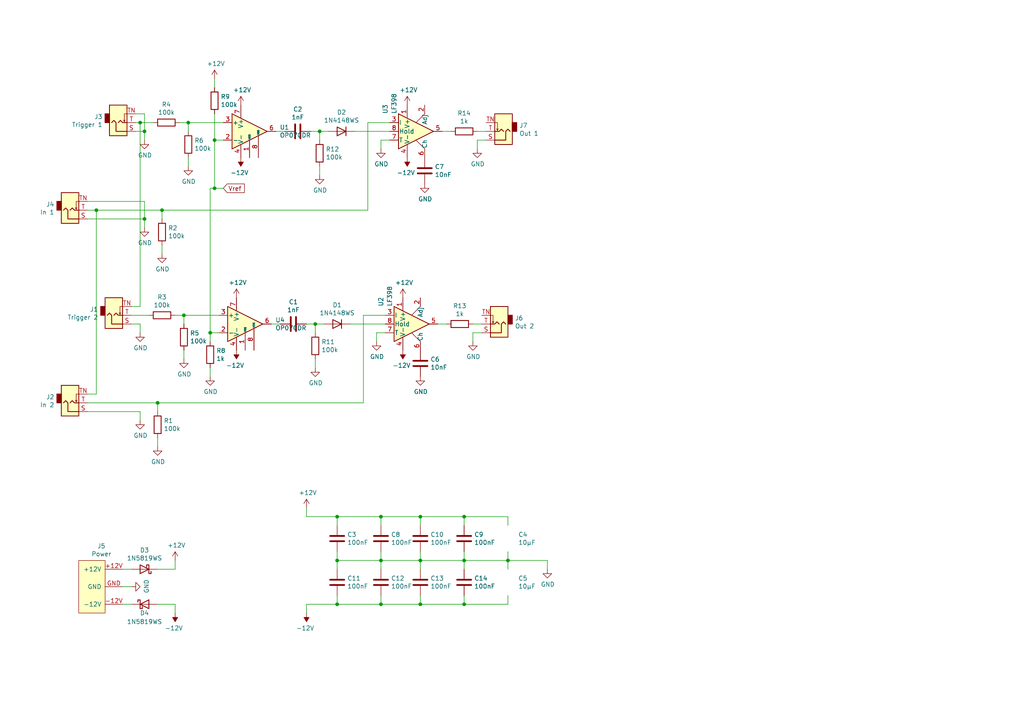
<source format=kicad_sch>
(kicad_sch (version 20211123) (generator eeschema)
  (paper "A4")
  (lib_symbols
    (symbol "Amplifier_Operational:OP07" (pin_names (offset 0.127))
      (property "Reference" "U" (at 1.27 6.35 0))
      (property "Value" "OP07" (at 1.27 3.81 0))
      (symbol "OP07_0_1"
        (polyline (pts (xy -5.08 5.08) (xy 5.08 0) (xy -5.08 -5.08) (xy -5.08 5.08)) (stroke (width 0.254)) (fill (type background)))
      )
      (symbol "OP07_1_1"
        (pin input line (at 0 -7.62 90) (length 5.08) (name "VOS") (number "1"))
        (pin input line (at -7.62 -2.54 0) (length 2.54) (name "-") (number "2"))
        (pin input line (at -7.62 2.54 0) (length 2.54) (name "+") (number "3"))
        (pin power_in line (at -2.54 -7.62 90) (length 3.81) (name "V-") (number "4"))
        (pin no_connect line (at 0 2.54 270) (length 2.54) hide (name "NC") (number "5"))
        (pin output line (at 7.62 0 180) (length 2.54) (name "~") (number "6"))
        (pin power_in line (at -2.54 7.62 270) (length 3.81) (name "V+") (number "7"))
        (pin input line (at 2.54 -7.62 90) (length 6.35) (name "VOS") (number "8"))
      )
    )
    (symbol "Analog:LF398_DIP8" (pin_names (offset 0.127))
      (property "Reference" "U" (at 5.08 3.81 0))
      (property "Value" "LF398_DIP8" (at 5.08 -2.54 0))
      (symbol "LF398_DIP8_0_1"
        (polyline (pts (xy 0 -2.54) (xy 2.54 -5.08)))
        (polyline (pts (xy 2.54 5.08) (xy 0 2.54)))
        (polyline (pts (xy -5.08 5.08) (xy 5.08 0) (xy -5.08 -5.08) (xy -5.08 5.08)) (stroke (width 0.254)) (fill (type background)))
      )
      (symbol "LF398_DIP8_1_1"
        (pin passive line (at -2.54 7.62 270) (length 3.81) (name "V+") (number "1"))
        (pin passive line (at 2.54 7.62 270) (length 2.54) (name "Adj") (number "2"))
        (pin input line (at -7.62 2.54 0) (length 2.54) (name "I") (number "3"))
        (pin passive line (at -2.54 -7.62 90) (length 3.81) (name "V-") (number "4"))
        (pin output line (at 7.62 0 180) (length 2.54) (name "~") (number "5"))
        (pin passive line (at 2.54 -7.62 90) (length 2.54) (name "Ch") (number "6"))
        (pin passive line (at -7.62 -2.54 0) (length 2.54) (name "T") (number "7"))
        (pin input line (at -7.62 0 0) (length 2.54) (name "Hold") (number "8"))
      )
    )
    (symbol "Connector:AudioJack2_SwitchT"
      (property "Reference" "J" (at 0 8.89 0))
      (property "Value" "AudioJack2_SwitchT" (at 0 6.35 0))
      (symbol "AudioJack2_SwitchT_0_1"
        (rectangle (start -2.54 0) (end -3.81 -2.54) (stroke (width 0.254)) (fill (type outline)))
        (polyline (pts (xy 1.778 -0.254) (xy 2.032 -0.762)))
        (polyline (pts (xy 0 0) (xy 0.635 -0.635) (xy 1.27 0) (xy 2.54 0)) (stroke (width 0.254)))
        (polyline (pts (xy 2.54 -2.54) (xy 1.778 -2.54) (xy 1.778 -0.254) (xy 1.524 -0.762)))
        (polyline (pts (xy 2.54 2.54) (xy -0.635 2.54) (xy -0.635 0) (xy -1.27 -0.635) (xy -1.905 0)) (stroke (width 0.254)))
        (rectangle (start 2.54 3.81) (end -2.54 -5.08) (stroke (width 0.254)) (fill (type background)))
      )
      (symbol "AudioJack2_SwitchT_1_1"
        (pin passive line (at 5.08 2.54 180) (length 2.54) (name "~") (number "S"))
        (pin passive line (at 5.08 0 180) (length 2.54) (name "~") (number "T"))
        (pin passive line (at 5.08 -2.54 180) (length 2.54) (name "~") (number "TN"))
      )
    )
    (symbol "Device:C" (pin_numbers hide) (pin_names (offset 0.254))
      (property "Reference" "C" (at 0.635 2.54 0))
      (property "Value" "C" (at 0.635 -2.54 0))
      (symbol "C_0_1"
        (polyline (pts (xy -2.032 -0.762) (xy 2.032 -0.762)) (stroke (width 0.508)))
        (polyline (pts (xy -2.032 0.762) (xy 2.032 0.762)) (stroke (width 0.508)))
      )
      (symbol "C_1_1"
        (pin passive line (at 0 3.81 270) (length 2.794) (name "~") (number "1"))
        (pin passive line (at 0 -3.81 90) (length 2.794) (name "~") (number "2"))
      )
    )
    (symbol "Device:R" (pin_numbers hide) (pin_names (offset 0))
      (property "Reference" "R" (at 2.032 0 90))
      (property "Value" "R" (at 0 0 90))
      (symbol "R_0_1"
        (rectangle (start -1.016 -2.54) (end 1.016 2.54) (stroke (width 0.254)))
      )
      (symbol "R_1_1"
        (pin passive line (at 0 3.81 270) (length 1.27) (name "~") (number "1"))
        (pin passive line (at 0 -3.81 90) (length 1.27) (name "~") (number "2"))
      )
    )
    (symbol "Diode:1N4148" (pin_numbers hide) (pin_names (offset 1.016) hide)
      (property "Reference" "D" (at 0 2.54 0))
      (property "Value" "1N4148" (at 0 -2.54 0))
      (symbol "1N4148_0_1"
        (polyline (pts (xy -1.27 1.27) (xy -1.27 -1.27)) (stroke (width 0.254)))
        (polyline (pts (xy 1.27 0) (xy -1.27 0)))
        (polyline (pts (xy 1.27 1.27) (xy 1.27 -1.27) (xy -1.27 0) (xy 1.27 1.27)) (stroke (width 0.254)))
      )
      (symbol "1N4148_1_1"
        (pin passive line (at -3.81 0 0) (length 2.54) (name "K") (number "1"))
        (pin passive line (at 3.81 0 180) (length 2.54) (name "A") (number "2"))
      )
    )
    (symbol "Diode:1N5817" (pin_numbers hide) (pin_names (offset 1.016) hide)
      (property "Reference" "D" (at 0 2.54 0))
      (property "Value" "1N5817" (at 0 -2.54 0))
      (symbol "1N5817_0_1"
        (polyline (pts (xy 1.27 0) (xy -1.27 0)))
        (polyline (pts (xy 1.27 1.27) (xy 1.27 -1.27) (xy -1.27 0) (xy 1.27 1.27)) (stroke (width 0.254)))
        (polyline (pts (xy -1.905 0.635) (xy -1.905 1.27) (xy -1.27 1.27) (xy -1.27 -1.27) (xy -0.635 -1.27) (xy -0.635 -0.635)) (stroke (width 0.254)))
      )
      (symbol "1N5817_1_1"
        (pin passive line (at -3.81 0 0) (length 2.54) (name "K") (number "1"))
        (pin passive line (at 3.81 0 180) (length 2.54) (name "A") (number "2"))
      )
    )
    (symbol "Eurorack_Synth:Power_2x5" (pin_names (offset 1.016))
      (property "Reference" "J" (at 0 10.16 0))
      (property "Value" "Power_2x5" (at 0 8.89 0))
      (symbol "Power_2x5_0_1"
        (rectangle (start 3.81 7.62) (end -3.81 -7.62) (fill (type background)))
      )
      (symbol "Power_2x5_1_1"
        (pin power_out line (at 8.89 5.08 180) (length 5.08) (name "+12V") (number "+12V"))
        (pin power_out line (at 8.89 -5.08 180) (length 5.08) (name "-12V") (number "-12V"))
        (pin power_out line (at 8.89 0 180) (length 5.08) (name "GND") (number "GND"))
      )
    )
    (symbol "power:+12V" (power) (pin_names (offset 0))
      (property "Value" "+12V" (at 0 3.556 0))
      (symbol "+12V_0_1"
        (polyline (pts (xy -0.762 1.27) (xy 0 2.54)))
        (polyline (pts (xy 0 0) (xy 0 2.54)))
        (polyline (pts (xy 0 2.54) (xy 0.762 1.27)))
      )
      (symbol "+12V_1_1"
        (pin power_in line (at 0 0 90) (length 0) hide (name "+12V") (number "1"))
      )
    )
    (symbol "power:-12V" (power) (pin_names (offset 0))
      (property "Value" "-12V" (at 0 3.81 0))
      (symbol "-12V_0_0"
        (pin power_in line (at 0 0 90) (length 0) hide (name "-12V") (number "1"))
      )
      (symbol "-12V_0_1"
        (polyline (pts (xy 0 0) (xy 0 1.27) (xy 0.762 1.27) (xy 0 2.54) (xy -0.762 1.27) (xy 0 1.27)) (fill (type outline)))
      )
    )
    (symbol "power:GND" (power) (pin_names (offset 0))
      (property "Value" "GND" (at 0 -3.81 0))
      (symbol "GND_0_1"
        (polyline (pts (xy 0 0) (xy 0 -1.27) (xy 1.27 -1.27) (xy 0 -2.54) (xy -1.27 -1.27) (xy 0 -1.27)))
      )
      (symbol "GND_1_1"
        (pin power_in line (at 0 0 270) (length 0) hide (name "GND") (number "1"))
      )
    )
  )
  (junction (at 97.79 162.56))
  (junction (at 92.71 38.1))
  (junction (at 27.94 60.96))
  (junction (at 40.64 35.56))
  (junction (at 121.92 149.86))
  (junction (at 91.44 93.98))
  (junction (at 41.91 38.1))
  (junction (at 46.99 60.96))
  (junction (at 121.92 175.26))
  (junction (at 121.92 162.56))
  (junction (at 134.62 149.86))
  (junction (at 110.49 149.86))
  (junction (at 134.62 162.56))
  (junction (at 54.61 35.56))
  (junction (at 62.23 54.61))
  (junction (at 97.79 175.26))
  (junction (at 97.79 149.86))
  (junction (at 134.62 175.26))
  (junction (at 41.91 63.5))
  (junction (at 147.32 162.56))
  (junction (at 53.34 91.44))
  (junction (at 45.72 116.84))
  (junction (at 60.96 96.52))
  (junction (at 110.49 175.26))
  (junction (at 62.23 40.64))
  (junction (at 110.49 162.56))
  (wire (pts (xy 90.17 38.1) (xy 92.71 38.1)))
  (wire (pts (xy 50.8 175.26) (xy 50.8 177.8)))
  (wire (pts (xy 110.49 165.1) (xy 110.49 162.56)))
  (wire (pts (xy 97.79 149.86) (xy 110.49 149.86)))
  (wire (pts (xy 139.7 96.52) (xy 137.16 96.52)))
  (wire (pts (xy 134.62 172.72) (xy 134.62 175.26)))
  (wire (pts (xy 102.87 38.1) (xy 113.03 38.1)))
  (wire (pts (xy 127 93.98) (xy 129.54 93.98)))
  (wire (pts (xy 92.71 38.1) (xy 92.71 40.64)))
  (wire (pts (xy 39.37 33.02) (xy 41.91 33.02)))
  (wire (pts (xy 88.9 149.86) (xy 88.9 147.32)))
  (wire (pts (xy 38.1 165.1) (xy 35.56 165.1)))
  (wire (pts (xy 139.7 93.98) (xy 137.16 93.98)))
  (wire (pts (xy 121.92 175.26) (xy 134.62 175.26)))
  (wire (pts (xy 97.79 152.4) (xy 97.79 149.86)))
  (wire (pts (xy 45.72 116.84) (xy 45.72 119.38)))
  (wire (pts (xy 88.9 93.98) (xy 91.44 93.98)))
  (wire (pts (xy 110.49 149.86) (xy 121.92 149.86)))
  (wire (pts (xy 97.79 149.86) (xy 88.9 149.86)))
  (wire (pts (xy 52.07 35.56) (xy 54.61 35.56)))
  (wire (pts (xy 88.9 175.26) (xy 97.79 175.26)))
  (wire (pts (xy 134.62 162.56) (xy 147.32 162.56)))
  (wire (pts (xy 147.32 162.56) (xy 158.75 162.56)))
  (wire (pts (xy 25.4 119.38) (xy 40.64 119.38)))
  (wire (pts (xy 110.49 160.02) (xy 110.49 162.56)))
  (wire (pts (xy 50.8 165.1) (xy 45.72 165.1)))
  (wire (pts (xy 138.43 40.64) (xy 138.43 43.18)))
  (wire (pts (xy 64.77 54.61) (xy 62.23 54.61)))
  (wire (pts (xy 25.4 60.96) (xy 27.94 60.96)))
  (wire (pts (xy 147.32 172.72) (xy 147.32 175.26)))
  (wire (pts (xy 97.79 160.02) (xy 97.79 162.56)))
  (wire (pts (xy 38.1 170.18) (xy 35.56 170.18)))
  (wire (pts (xy 140.97 40.64) (xy 138.43 40.64)))
  (wire (pts (xy 46.99 60.96) (xy 106.68 60.96)))
  (wire (pts (xy 60.96 54.61) (xy 60.96 96.52)))
  (wire (pts (xy 121.92 152.4) (xy 121.92 149.86)))
  (wire (pts (xy 35.56 175.26) (xy 38.1 175.26)))
  (wire (pts (xy 63.5 96.52) (xy 60.96 96.52)))
  (wire (pts (xy 46.99 71.12) (xy 46.99 73.66)))
  (wire (pts (xy 45.72 116.84) (xy 105.41 116.84)))
  (wire (pts (xy 105.41 91.44) (xy 105.41 116.84)))
  (wire (pts (xy 147.32 160.02) (xy 147.32 162.56)))
  (wire (pts (xy 54.61 45.72) (xy 54.61 48.26)))
  (wire (pts (xy 91.44 104.14) (xy 91.44 106.68)))
  (wire (pts (xy 106.68 35.56) (xy 106.68 60.96)))
  (wire (pts (xy 93.98 93.98) (xy 91.44 93.98)))
  (wire (pts (xy 95.25 38.1) (xy 92.71 38.1)))
  (wire (pts (xy 110.49 149.86) (xy 110.49 152.4)))
  (wire (pts (xy 53.34 93.98) (xy 53.34 91.44)))
  (wire (pts (xy 25.4 114.3) (xy 27.94 114.3)))
  (wire (pts (xy 158.75 162.56) (xy 158.75 165.1)))
  (wire (pts (xy 110.49 172.72) (xy 110.49 175.26)))
  (wire (pts (xy 110.49 162.56) (xy 121.92 162.56)))
  (wire (pts (xy 53.34 101.6) (xy 53.34 104.14)))
  (wire (pts (xy 54.61 38.1) (xy 54.61 35.56)))
  (wire (pts (xy 27.94 60.96) (xy 27.94 114.3)))
  (wire (pts (xy 121.92 160.02) (xy 121.92 162.56)))
  (wire (pts (xy 101.6 93.98) (xy 111.76 93.98)))
  (wire (pts (xy 62.23 54.61) (xy 62.23 40.64)))
  (wire (pts (xy 60.96 106.68) (xy 60.96 109.22)))
  (wire (pts (xy 27.94 60.96) (xy 46.99 60.96)))
  (wire (pts (xy 128.27 38.1) (xy 130.81 38.1)))
  (wire (pts (xy 45.72 127) (xy 45.72 129.54)))
  (wire (pts (xy 40.64 93.98) (xy 40.64 96.52)))
  (wire (pts (xy 50.8 162.56) (xy 50.8 165.1)))
  (wire (pts (xy 40.64 35.56) (xy 44.45 35.56)))
  (wire (pts (xy 40.64 88.9) (xy 38.1 88.9)))
  (wire (pts (xy 97.79 162.56) (xy 110.49 162.56)))
  (wire (pts (xy 39.37 35.56) (xy 40.64 35.56)))
  (wire (pts (xy 106.68 35.56) (xy 113.03 35.56)))
  (wire (pts (xy 54.61 35.56) (xy 64.77 35.56)))
  (wire (pts (xy 62.23 22.86) (xy 62.23 25.4)))
  (wire (pts (xy 41.91 38.1) (xy 41.91 40.64)))
  (wire (pts (xy 53.34 91.44) (xy 63.5 91.44)))
  (wire (pts (xy 80.01 38.1) (xy 82.55 38.1)))
  (wire (pts (xy 25.4 63.5) (xy 41.91 63.5)))
  (wire (pts (xy 134.62 165.1) (xy 134.62 162.56)))
  (wire (pts (xy 134.62 149.86) (xy 134.62 152.4)))
  (wire (pts (xy 140.97 38.1) (xy 138.43 38.1)))
  (wire (pts (xy 121.92 172.72) (xy 121.92 175.26)))
  (wire (pts (xy 111.76 96.52) (xy 109.22 96.52)))
  (wire (pts (xy 41.91 58.42) (xy 41.91 63.5)))
  (wire (pts (xy 121.92 165.1) (xy 121.92 162.56)))
  (wire (pts (xy 41.91 33.02) (xy 41.91 38.1)))
  (wire (pts (xy 39.37 38.1) (xy 41.91 38.1)))
  (wire (pts (xy 88.9 175.26) (xy 88.9 177.8)))
  (wire (pts (xy 110.49 40.64) (xy 110.49 43.18)))
  (wire (pts (xy 97.79 175.26) (xy 110.49 175.26)))
  (wire (pts (xy 134.62 160.02) (xy 134.62 162.56)))
  (wire (pts (xy 91.44 93.98) (xy 91.44 96.52)))
  (wire (pts (xy 113.03 40.64) (xy 110.49 40.64)))
  (wire (pts (xy 60.96 96.52) (xy 60.96 99.06)))
  (wire (pts (xy 25.4 116.84) (xy 45.72 116.84)))
  (wire (pts (xy 109.22 96.52) (xy 109.22 99.06)))
  (wire (pts (xy 50.8 91.44) (xy 53.34 91.44)))
  (wire (pts (xy 92.71 48.26) (xy 92.71 50.8)))
  (wire (pts (xy 134.62 149.86) (xy 147.32 149.86)))
  (wire (pts (xy 45.72 175.26) (xy 50.8 175.26)))
  (wire (pts (xy 64.77 40.64) (xy 62.23 40.64)))
  (wire (pts (xy 97.79 162.56) (xy 97.79 165.1)))
  (wire (pts (xy 147.32 162.56) (xy 147.32 165.1)))
  (wire (pts (xy 105.41 91.44) (xy 111.76 91.44)))
  (wire (pts (xy 40.64 35.56) (xy 40.64 88.9)))
  (wire (pts (xy 25.4 58.42) (xy 41.91 58.42)))
  (wire (pts (xy 97.79 172.72) (xy 97.79 175.26)))
  (wire (pts (xy 38.1 91.44) (xy 43.18 91.44)))
  (wire (pts (xy 147.32 152.4) (xy 147.32 149.86)))
  (wire (pts (xy 134.62 175.26) (xy 147.32 175.26)))
  (wire (pts (xy 60.96 54.61) (xy 62.23 54.61)))
  (wire (pts (xy 121.92 162.56) (xy 134.62 162.56)))
  (wire (pts (xy 40.64 119.38) (xy 40.64 121.92)))
  (wire (pts (xy 62.23 33.02) (xy 62.23 40.64)))
  (wire (pts (xy 78.74 93.98) (xy 81.28 93.98)))
  (wire (pts (xy 41.91 63.5) (xy 41.91 66.04)))
  (wire (pts (xy 46.99 60.96) (xy 46.99 63.5)))
  (wire (pts (xy 121.92 149.86) (xy 134.62 149.86)))
  (wire (pts (xy 110.49 175.26) (xy 121.92 175.26)))
  (wire (pts (xy 137.16 96.52) (xy 137.16 99.06)))
  (wire (pts (xy 38.1 93.98) (xy 40.64 93.98)))
  (global_label "Vref" (shape input) (at 64.77 54.61 0) (property "Intersheet References" "${INTERSHEET_REFS}" (effects hide)))
  (symbol (lib_id "Analog:LF398_DIP8") (at 120.65 38.1 0) (unit 1)
    (property "Reference" "U3" (at 111.76 33.02 90) (effects (justify left)))
    (property "Value" "LF398" (at 114.3 33.02 90) (effects (justify left)))
    (property "Footprint" "Package_DIP:DIP-8_W7.62mm_LongPads" (effects hide))
    (property "Datasheet" "http://www.ti.com/lit/ds/symlink/tl071.pdf" (effects hide))
  )
  (symbol (lib_id "power:+12V") (at 118.11 30.48 0) (unit 1)
    (property "Reference" "#PWR0101" (effects hide))
    (property "Value" "+12V" (at 118.491 26.0858 0))
  )
  (symbol (lib_id "power:-12V") (at 118.11 45.72 180) (unit 1)
    (property "Reference" "#PWR0102" (effects hide))
    (property "Value" "-12V" (at 117.729 50.1142 0))
  )
  (symbol (lib_id "Device:C") (at 123.19 49.53 0) (unit 1)
    (property "Reference" "C7" (at 126.111 48.3616 0) (effects (justify left)))
    (property "Value" "10nF" (at 126.111 50.673 0) (effects (justify left)))
    (property "Footprint" "Capacitor_SMD:C_0402_1005Metric" (effects hide))
    (property "LCSC" "C15195" (effects hide))
  )
  (symbol (lib_id "power:GND") (at 123.19 53.34 0) (unit 1)
    (property "Reference" "#PWR0103" (effects hide))
    (property "Value" "GND" (at 123.317 57.7342 0))
  )
  (symbol (lib_id "power:GND") (at 110.49 43.18 0) (unit 1)
    (property "Reference" "#PWR0104" (effects hide))
    (property "Value" "GND" (at 110.617 47.5742 0))
  )
  (symbol (lib_id "Device:R") (at 134.62 38.1 270) (unit 1)
    (property "Reference" "R14" (at 134.62 32.8422 90))
    (property "Value" "1k" (at 134.62 35.1536 90))
    (property "Footprint" "Resistor_SMD:R_1206_3216Metric" (effects hide))
    (property "LCSC" "C4410" (effects hide))
  )
  (symbol (lib_id "Connector:AudioJack2_SwitchT") (at 146.05 38.1 180) (unit 1)
    (property "Reference" "J7" (at 150.622 36.3982 0) (effects (justify right)))
    (property "Value" "Out 1" (at 150.622 38.7096 0) (effects (justify right)))
    (property "Footprint" "Connector_Audio_PJSeries:PJ-324M-3" (effects hide))
  )
  (symbol (lib_id "power:GND") (at 138.43 43.18 0) (unit 1)
    (property "Reference" "#PWR0105" (effects hide))
    (property "Value" "GND" (at 138.557 47.5742 0))
  )
  (symbol (lib_id "Connector:AudioJack2_SwitchT") (at 20.32 60.96 0) (mirror x) (unit 1)
    (property "Reference" "J4" (at 15.7734 59.2582 0) (effects (justify right)))
    (property "Value" "In 1" (at 15.7734 61.5696 0) (effects (justify right)))
    (property "Footprint" "Connector_Audio_PJSeries:PJ-324M-3" (effects hide))
  )
  (symbol (lib_id "power:GND") (at 41.91 66.04 0) (unit 1)
    (property "Reference" "#PWR0106" (effects hide))
    (property "Value" "GND" (at 42.037 70.4342 0))
  )
  (symbol (lib_id "Device:R") (at 46.99 67.31 180) (unit 1)
    (property "Reference" "R2" (at 48.768 66.1416 0) (effects (justify right)))
    (property "Value" "100k" (at 48.768 68.453 0) (effects (justify right)))
    (property "Footprint" "Resistor_SMD:R_0402_1005Metric" (effects hide))
    (property "LCSC" "C25741" (effects hide))
  )
  (symbol (lib_id "power:GND") (at 46.99 73.66 0) (unit 1)
    (property "Reference" "#PWR0107" (effects hide))
    (property "Value" "GND" (at 47.117 78.0542 0))
  )
  (symbol (lib_id "Diode:1N4148") (at 99.06 38.1 180) (unit 1)
    (property "Reference" "D2" (at 99.06 32.5882 0))
    (property "Value" "1N4148WS" (at 99.06 34.8996 0))
    (property "Footprint" "Diode_SMD:D_SOD-323" (effects hide))
    (property "Datasheet" "https://assets.nexperia.com/documents/data-sheet/1N4148_1N4448.pdf" (effects hide))
    (property "LCSC" "C2128" (effects hide))
  )
  (symbol (lib_id "Device:R") (at 92.71 44.45 180) (unit 1)
    (property "Reference" "R12" (at 94.488 43.2816 0) (effects (justify right)))
    (property "Value" "100k" (at 94.488 45.593 0) (effects (justify right)))
    (property "Footprint" "Resistor_SMD:R_0402_1005Metric" (effects hide))
    (property "LCSC" "C25741" (effects hide))
  )
  (symbol (lib_id "power:GND") (at 92.71 50.8 0) (unit 1)
    (property "Reference" "#PWR0108" (effects hide))
    (property "Value" "GND" (at 92.837 55.1942 0))
  )
  (symbol (lib_id "Device:C") (at 86.36 38.1 270) (unit 1)
    (property "Reference" "C2" (at 86.36 31.6992 90))
    (property "Value" "1nF" (at 86.36 34.0106 90))
    (property "Footprint" "Capacitor_SMD:C_0402_1005Metric" (effects hide))
    (property "LCSC" "C1523" (effects hide))
  )
  (symbol (lib_id "Device:R") (at 62.23 29.21 0) (unit 1)
    (property "Reference" "R9" (at 64.008 28.0416 0) (effects (justify left)))
    (property "Value" "100k" (at 64.008 30.353 0) (effects (justify left)))
    (property "Footprint" "Resistor_SMD:R_0402_1005Metric" (effects hide))
    (property "LCSC" "C25741" (effects hide))
  )
  (symbol (lib_id "power:+12V") (at 62.23 22.86 0) (unit 1)
    (property "Reference" "#PWR0110" (effects hide))
    (property "Value" "+12V" (at 62.611 18.4658 0))
  )
  (symbol (lib_id "Device:R") (at 54.61 41.91 180) (unit 1)
    (property "Reference" "R6" (at 56.388 40.7416 0) (effects (justify right)))
    (property "Value" "100k" (at 56.388 43.053 0) (effects (justify right)))
    (property "Footprint" "Resistor_SMD:R_0402_1005Metric" (effects hide))
    (property "LCSC" "C25741" (effects hide))
  )
  (symbol (lib_id "Device:R") (at 48.26 35.56 90) (unit 1)
    (property "Reference" "R4" (at 48.26 30.3022 90))
    (property "Value" "100k" (at 48.26 32.6136 90))
    (property "Footprint" "Resistor_SMD:R_0402_1005Metric" (effects hide))
    (property "LCSC" "C25741" (effects hide))
  )
  (symbol (lib_id "Connector:AudioJack2_SwitchT") (at 34.29 35.56 0) (mirror x) (unit 1)
    (property "Reference" "J3" (at 29.7434 33.8582 0) (effects (justify right)))
    (property "Value" "Trigger 1" (at 29.7434 36.1696 0) (effects (justify right)))
    (property "Footprint" "Connector_Audio_PJSeries:PJ-324M-3" (effects hide))
  )
  (symbol (lib_id "power:GND") (at 41.91 40.64 0) (unit 1)
    (property "Reference" "#PWR0111" (effects hide))
    (property "Value" "GND" (at 42.037 45.0342 0))
  )
  (symbol (lib_id "power:GND") (at 54.61 48.26 0) (unit 1)
    (property "Reference" "#PWR0112" (effects hide))
    (property "Value" "GND" (at 54.737 52.6542 0))
  )
  (symbol (lib_id "Analog:LF398_DIP8") (at 119.38 93.98 0) (unit 1)
    (property "Reference" "U2" (at 110.49 88.9 90) (effects (justify left)))
    (property "Value" "LF398" (at 113.03 88.9 90) (effects (justify left)))
    (property "Footprint" "Package_DIP:DIP-8_W7.62mm_LongPads" (effects hide))
    (property "Datasheet" "http://www.ti.com/lit/ds/symlink/tl071.pdf" (effects hide))
  )
  (symbol (lib_id "power:+12V") (at 116.84 86.36 0) (unit 1)
    (property "Reference" "#PWR0113" (effects hide))
    (property "Value" "+12V" (at 117.221 81.9658 0))
  )
  (symbol (lib_id "power:-12V") (at 116.84 101.6 180) (unit 1)
    (property "Reference" "#PWR0114" (effects hide))
    (property "Value" "-12V" (at 116.459 105.9942 0))
  )
  (symbol (lib_id "Device:C") (at 121.92 105.41 0) (unit 1)
    (property "Reference" "C6" (at 124.841 104.2416 0) (effects (justify left)))
    (property "Value" "10nF" (at 124.841 106.553 0) (effects (justify left)))
    (property "Footprint" "Capacitor_SMD:C_0402_1005Metric" (effects hide))
    (property "LCSC" "C15195" (effects hide))
  )
  (symbol (lib_id "power:GND") (at 121.92 109.22 0) (unit 1)
    (property "Reference" "#PWR0115" (effects hide))
    (property "Value" "GND" (at 122.047 113.6142 0))
  )
  (symbol (lib_id "power:GND") (at 109.22 99.06 0) (unit 1)
    (property "Reference" "#PWR0116" (effects hide))
    (property "Value" "GND" (at 109.347 103.4542 0))
  )
  (symbol (lib_id "Device:R") (at 133.35 93.98 270) (unit 1)
    (property "Reference" "R13" (at 133.35 88.7222 90))
    (property "Value" "1k" (at 133.35 91.0336 90))
    (property "Footprint" "Resistor_SMD:R_1206_3216Metric" (effects hide))
    (property "LCSC" "C4410" (effects hide))
  )
  (symbol (lib_id "Connector:AudioJack2_SwitchT") (at 144.78 93.98 180) (unit 1)
    (property "Reference" "J6" (at 149.352 92.2782 0) (effects (justify right)))
    (property "Value" "Out 2" (at 149.352 94.5896 0) (effects (justify right)))
    (property "Footprint" "Connector_Audio_PJSeries:PJ-324M-3" (effects hide))
  )
  (symbol (lib_id "power:GND") (at 137.16 99.06 0) (unit 1)
    (property "Reference" "#PWR0117" (effects hide))
    (property "Value" "GND" (at 137.287 103.4542 0))
  )
  (symbol (lib_id "Connector:AudioJack2_SwitchT") (at 20.32 116.84 0) (mirror x) (unit 1)
    (property "Reference" "J2" (at 15.7734 115.1382 0) (effects (justify right)))
    (property "Value" "In 2" (at 15.7734 117.4496 0) (effects (justify right)))
    (property "Footprint" "Connector_Audio_PJSeries:PJ-324M-3" (effects hide))
  )
  (symbol (lib_id "power:GND") (at 40.64 121.92 0) (unit 1)
    (property "Reference" "#PWR0118" (effects hide))
    (property "Value" "GND" (at 40.767 126.3142 0))
  )
  (symbol (lib_id "Device:R") (at 45.72 123.19 180) (unit 1)
    (property "Reference" "R1" (at 47.498 122.0216 0) (effects (justify right)))
    (property "Value" "100k" (at 47.498 124.333 0) (effects (justify right)))
    (property "Footprint" "Resistor_SMD:R_0402_1005Metric" (effects hide))
    (property "LCSC" "C25741" (effects hide))
  )
  (symbol (lib_id "power:GND") (at 45.72 129.54 0) (unit 1)
    (property "Reference" "#PWR0119" (effects hide))
    (property "Value" "GND" (at 45.847 133.9342 0))
  )
  (symbol (lib_id "Diode:1N4148") (at 97.79 93.98 180) (unit 1)
    (property "Reference" "D1" (at 97.79 88.4682 0))
    (property "Value" "1N4148WS" (at 97.79 90.7796 0))
    (property "Footprint" "Diode_SMD:D_SOD-323" (effects hide))
    (property "Datasheet" "https://assets.nexperia.com/documents/data-sheet/1N4148_1N4448.pdf" (effects hide))
    (property "LCSC" "C2128" (effects hide))
  )
  (symbol (lib_id "Device:R") (at 91.44 100.33 180) (unit 1)
    (property "Reference" "R11" (at 93.218 99.1616 0) (effects (justify right)))
    (property "Value" "100k" (at 93.218 101.473 0) (effects (justify right)))
    (property "Footprint" "Resistor_SMD:R_0402_1005Metric" (effects hide))
    (property "LCSC" "C25741" (effects hide))
  )
  (symbol (lib_id "power:GND") (at 91.44 106.68 0) (unit 1)
    (property "Reference" "#PWR0120" (effects hide))
    (property "Value" "GND" (at 91.567 111.0742 0))
  )
  (symbol (lib_id "Device:C") (at 85.09 93.98 270) (unit 1)
    (property "Reference" "C1" (at 85.09 87.5792 90))
    (property "Value" "1nF" (at 85.09 89.8906 90))
    (property "Footprint" "Capacitor_SMD:C_0402_1005Metric" (effects hide))
    (property "LCSC" "C1523" (effects hide))
  )
  (symbol (lib_id "Device:R") (at 60.96 102.87 180) (unit 1)
    (property "Reference" "R8" (at 62.738 101.7016 0) (effects (justify right)))
    (property "Value" "1k" (at 62.738 104.013 0) (effects (justify right)))
    (property "Footprint" "Resistor_SMD:R_0402_1005Metric" (effects hide))
    (property "LCSC" "C11702" (effects hide))
  )
  (symbol (lib_id "power:GND") (at 60.96 109.22 0) (unit 1)
    (property "Reference" "#PWR0121" (effects hide))
    (property "Value" "GND" (at 61.087 113.6142 0))
  )
  (symbol (lib_id "Device:R") (at 53.34 97.79 180) (unit 1)
    (property "Reference" "R5" (at 55.118 96.6216 0) (effects (justify right)))
    (property "Value" "100k" (at 55.118 98.933 0) (effects (justify right)))
    (property "Footprint" "Resistor_SMD:R_0402_1005Metric" (effects hide))
    (property "LCSC" "C25741" (effects hide))
  )
  (symbol (lib_id "Device:R") (at 46.99 91.44 90) (unit 1)
    (property "Reference" "R3" (at 46.99 86.1822 90))
    (property "Value" "100k" (at 46.99 88.4936 90))
    (property "Footprint" "Resistor_SMD:R_0402_1005Metric" (effects hide))
    (property "LCSC" "C25741" (effects hide))
  )
  (symbol (lib_id "Connector:AudioJack2_SwitchT") (at 33.02 91.44 0) (mirror x) (unit 1)
    (property "Reference" "J1" (at 28.4734 89.7382 0) (effects (justify right)))
    (property "Value" "Trigger 2" (at 28.4734 92.0496 0) (effects (justify right)))
    (property "Footprint" "Connector_Audio_PJSeries:PJ-324M-3" (effects hide))
  )
  (symbol (lib_id "power:GND") (at 40.64 96.52 0) (unit 1)
    (property "Reference" "#PWR0123" (effects hide))
    (property "Value" "GND" (at 40.767 100.9142 0))
  )
  (symbol (lib_id "power:GND") (at 53.34 104.14 0) (unit 1)
    (property "Reference" "#PWR0124" (effects hide))
    (property "Value" "GND" (at 53.467 108.5342 0))
  )
  (symbol (lib_id "power:-12V") (at 50.8 177.8 180) (unit 1)
    (property "Reference" "#PWR0126" (effects hide))
    (property "Value" "-12V" (at 50.419 182.1942 0))
  )
  (symbol (lib_id "power:+12V") (at 50.8 162.56 0) (unit 1)
    (property "Reference" "#PWR0128" (effects hide))
    (property "Value" "+12V" (at 51.181 158.1658 0))
  )
  (symbol (lib_id "power:GND") (at 38.1 170.18 90) (unit 1)
    (property "Reference" "#PWR0130" (effects hide))
    (property "Value" "GND" (at 42.4942 170.053 0))
  )
  (symbol (lib_id "Device:C") (at 97.79 156.21 0) (unit 1)
    (property "Reference" "C3" (at 100.711 155.0416 0) (effects (justify left)))
    (property "Value" "100nF" (at 100.711 157.353 0) (effects (justify left)))
    (property "Footprint" "Capacitor_SMD:C_0402_1005Metric" (effects hide))
    (property "LCSC" "C307331" (effects hide))
  )
  (symbol (lib_id "Device:CP") (at 147.32 156.21 0) (unit 1)
    (property "Reference" "C4" (at 150.3172 155.0416 0) (effects (justify left)))
    (property "Value" "10µF" (at 150.3172 157.353 0) (effects (justify left)))
    (property "Footprint" "Capacitor_Tantalum_SMD:CP_EIA-3216-18_Kemet-A" (effects hide))
    (property "LCSC" "C7171" (effects hide))
  )
  (symbol (lib_id "Device:CP") (at 147.32 168.91 0) (unit 1)
    (property "Reference" "C5" (at 150.3172 167.7416 0) (effects (justify left)))
    (property "Value" "10µF" (at 150.3172 170.053 0) (effects (justify left)))
    (property "Footprint" "Capacitor_Tantalum_SMD:CP_EIA-3216-18_Kemet-A" (effects hide))
    (property "LCSC" "C7171" (effects hide))
  )
  (symbol (lib_id "power:+12V") (at 88.9 147.32 0) (unit 1)
    (property "Reference" "#PWR0131" (effects hide))
    (property "Value" "+12V" (at 89.281 142.9258 0))
  )
  (symbol (lib_id "power:GND") (at 158.75 165.1 0) (unit 1)
    (property "Reference" "#PWR0132" (effects hide))
    (property "Value" "GND" (at 158.877 169.4942 0))
  )
  (symbol (lib_id "power:-12V") (at 88.9 177.8 180) (unit 1)
    (property "Reference" "#PWR0133" (effects hide))
    (property "Value" "-12V" (at 88.519 182.1942 0))
  )
  (symbol (lib_id "Device:C") (at 110.49 156.21 0) (unit 1)
    (property "Reference" "C8" (at 113.411 155.0416 0) (effects (justify left)))
    (property "Value" "100nF" (at 113.411 157.353 0) (effects (justify left)))
    (property "Footprint" "Capacitor_SMD:C_0402_1005Metric" (effects hide))
    (property "LCSC" "C307331" (effects hide))
  )
  (symbol (lib_id "Device:C") (at 134.62 156.21 0) (unit 1)
    (property "Reference" "C9" (at 137.541 155.0416 0) (effects (justify left)))
    (property "Value" "100nF" (at 137.541 157.353 0) (effects (justify left)))
    (property "Footprint" "Capacitor_SMD:C_0402_1005Metric" (effects hide))
    (property "LCSC" "C307331" (effects hide))
  )
  (symbol (lib_id "Device:C") (at 121.92 156.21 0) (unit 1)
    (property "Reference" "C10" (at 124.841 155.0416 0) (effects (justify left)))
    (property "Value" "100nF" (at 124.841 157.353 0) (effects (justify left)))
    (property "Footprint" "Capacitor_SMD:C_0402_1005Metric" (effects hide))
    (property "LCSC" "C307331" (effects hide))
  )
  (symbol (lib_id "power:+12V") (at 69.85 30.48 0) (unit 1)
    (property "Reference" "#PWR0134" (effects hide))
    (property "Value" "+12V" (at 70.231 26.0858 0))
  )
  (symbol (lib_id "power:-12V") (at 69.85 45.72 180) (unit 1)
    (property "Reference" "#PWR0135" (effects hide))
    (property "Value" "-12V" (at 69.469 50.1142 0))
  )
  (symbol (lib_id "power:-12V") (at 68.58 101.6 180) (unit 1)
    (property "Reference" "#PWR0136" (effects hide))
    (property "Value" "-12V" (at 68.199 105.9942 0))
  )
  (symbol (lib_id "power:+12V") (at 68.58 86.36 0) (unit 1)
    (property "Reference" "#PWR0137" (effects hide))
    (property "Value" "+12V" (at 68.961 81.9658 0))
  )
  (symbol (lib_id "Eurorack_Synth:Power_2x5") (at 26.67 170.18 0) (unit 1)
    (property "Reference" "J5" (at 29.4132 158.369 0))
    (property "Value" "Power" (at 29.4132 160.6804 0))
    (property "Footprint" "CATs_Eurosynth_Specials:Power_2x8_Horizontal" (effects hide))
  )
  (symbol (lib_id "Diode:1N5817") (at 41.91 165.1 180) (unit 1)
    (property "Reference" "D3" (at 41.91 159.5882 0))
    (property "Value" "1N5819WS" (at 41.91 161.8996 0))
    (property "Footprint" "Diode_SMD:D_SOD-323" (effects hide))
    (property "Datasheet" "http://www.vishay.com/docs/88525/1n5817.pdf" (effects hide))
    (property "LCSC" "C191023" (effects hide))
  )
  (symbol (lib_id "Diode:1N5817") (at 41.91 175.26 0) (unit 1)
    (property "Reference" "D4" (at 41.91 177.8 0))
    (property "Value" "1N5819WS" (at 41.91 180.34 0))
    (property "Footprint" "Diode_SMD:D_SOD-323" (effects hide))
    (property "Datasheet" "http://www.vishay.com/docs/88525/1n5817.pdf" (effects hide))
    (property "LCSC" "C191023" (effects hide))
  )
  (symbol (lib_id "Amplifier_Operational:OP07") (at 72.39 38.1 0) (unit 1)
    (property "Reference" "U1" (at 81.1276 36.9316 0) (effects (justify left)))
    (property "Value" "OP07CDR" (at 81.1276 39.243 0) (effects (justify left)))
    (property "Footprint" "Package_SO:SOIC-8_3.9x4.9mm_P1.27mm" (effects hide))
    (property "Datasheet" "https://www.analog.com/media/en/technical-documentation/data-sheets/OP07.pdf" (effects hide))
    (property "LCSC" "C7433" (effects hide))
  )
  (symbol (lib_id "Amplifier_Operational:OP07") (at 71.12 93.98 0) (unit 1)
    (property "Reference" "U4" (at 79.8576 92.8116 0) (effects (justify left)))
    (property "Value" "OP07CDR" (at 79.8576 95.123 0) (effects (justify left)))
    (property "Footprint" "Package_SO:SOIC-8_3.9x4.9mm_P1.27mm" (effects hide))
    (property "Datasheet" "https://www.analog.com/media/en/technical-documentation/data-sheets/OP07.pdf" (effects hide))
    (property "LCSC" "C7433" (effects hide))
  )
  (symbol (lib_id "Device:C") (at 97.79 168.91 0) (unit 1)
    (property "Reference" "C11" (at 100.711 167.7416 0) (effects (justify left)))
    (property "Value" "100nF" (at 100.711 170.053 0) (effects (justify left)))
    (property "Footprint" "Capacitor_SMD:C_0402_1005Metric" (effects hide))
    (property "LCSC" "C307331" (effects hide))
  )
  (symbol (lib_id "Device:C") (at 110.49 168.91 0) (unit 1)
    (property "Reference" "C12" (at 113.411 167.7416 0) (effects (justify left)))
    (property "Value" "100nF" (at 113.411 170.053 0) (effects (justify left)))
    (property "Footprint" "Capacitor_SMD:C_0402_1005Metric" (effects hide))
    (property "LCSC" "C307331" (effects hide))
  )
  (symbol (lib_id "Device:C") (at 121.92 168.91 0) (unit 1)
    (property "Reference" "C13" (at 124.841 167.7416 0) (effects (justify left)))
    (property "Value" "100nF" (at 124.841 170.053 0) (effects (justify left)))
    (property "Footprint" "Capacitor_SMD:C_0402_1005Metric" (effects hide))
    (property "LCSC" "C307331" (effects hide))
  )
  (symbol (lib_id "Device:C") (at 134.62 168.91 0) (unit 1)
    (property "Reference" "C14" (at 137.541 167.7416 0) (effects (justify left)))
    (property "Value" "100nF" (at 137.541 170.053 0) (effects (justify left)))
    (property "Footprint" "Capacitor_SMD:C_0402_1005Metric" (effects hide))
    (property "LCSC" "C307331" (effects hide))
  )
)
</source>
